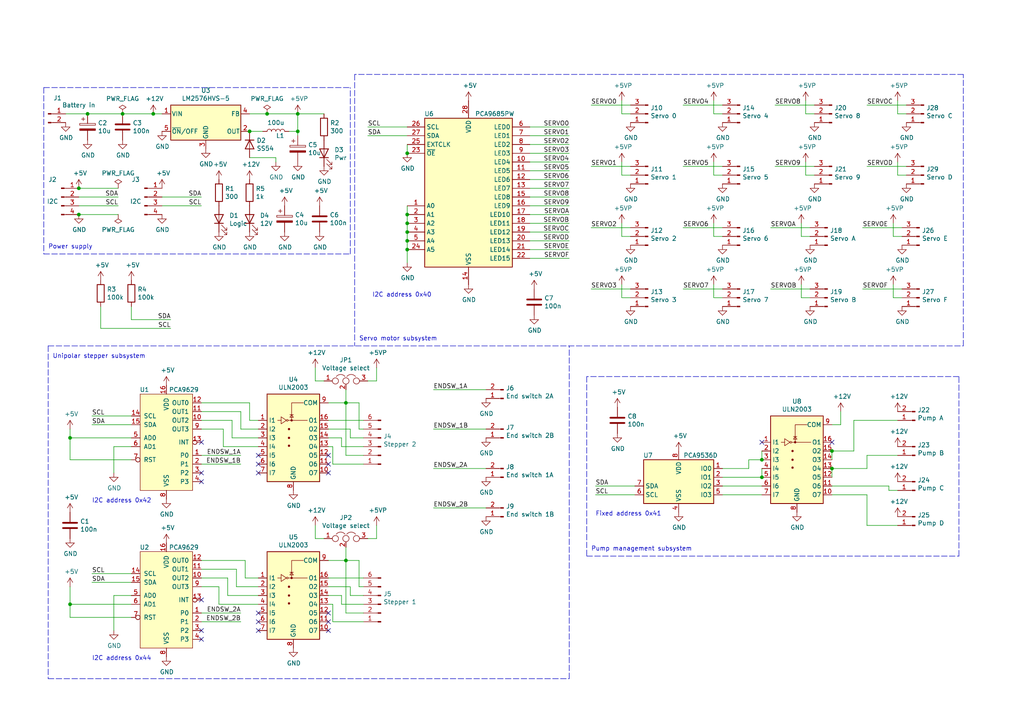
<source format=kicad_sch>
(kicad_sch (version 20211123) (generator eeschema)
  (paper "A4")
  (junction (at 118.11 72.39))
  (junction (at 220.98 133.35))
  (junction (at 20.32 127))
  (junction (at 118.11 67.31))
  (junction (at 25.4 33.02))
  (junction (at 72.39 38.1))
  (junction (at 35.56 33.02))
  (junction (at 241.3 130.81))
  (junction (at 22.86 62.23))
  (junction (at 86.36 33.02))
  (junction (at 241.3 135.89))
  (junction (at 86.36 38.1))
  (junction (at 77.47 33.02))
  (junction (at 100.33 116.84))
  (junction (at 118.11 64.77))
  (junction (at 220.98 138.43))
  (junction (at 100.33 162.56))
  (junction (at 20.32 175.26))
  (junction (at 118.11 62.23))
  (junction (at 44.45 33.02))
  (junction (at 118.11 69.85))
  (junction (at 118.11 44.45))
  (junction (at 22.86 54.61))
  (no_connect (at 95.25 134.62))
  (no_connect (at 58.42 173.99))
  (no_connect (at 95.25 180.34))
  (no_connect (at 74.93 132.08))
  (no_connect (at 95.25 177.8))
  (no_connect (at 95.25 132.08))
  (no_connect (at 58.42 139.7))
  (no_connect (at 241.3 128.27))
  (no_connect (at 58.42 128.27))
  (no_connect (at 95.25 137.16))
  (no_connect (at 74.93 137.16))
  (no_connect (at 74.93 177.8))
  (no_connect (at 58.42 182.88))
  (no_connect (at 58.42 185.42))
  (no_connect (at 74.93 180.34))
  (no_connect (at 74.93 134.62))
  (no_connect (at 220.98 128.27))
  (no_connect (at 74.93 182.88))
  (no_connect (at 95.25 182.88))
  (no_connect (at 58.42 137.16))
  (wire (pts (xy 38.1 179.07) (xy 20.32 179.07)))
  (wire (pts (xy 86.36 38.1) (xy 83.82 38.1)))
  (wire (pts (xy 99.06 127) (xy 99.06 129.54)))
  (wire (pts (xy 38.1 175.26) (xy 20.32 175.26)))
  (wire (pts (xy 58.42 162.56) (xy 71.12 162.56)))
  (wire (pts (xy 35.56 33.02) (xy 44.45 33.02)))
  (wire (pts (xy 232.41 64.77) (xy 232.41 68.58)))
  (wire (pts (xy 101.6 170.18) (xy 101.6 172.72)))
  (wire (pts (xy 209.55 50.8) (xy 207.01 50.8)))
  (wire (pts (xy 180.34 29.21) (xy 180.34 33.02)))
  (wire (pts (xy 153.67 52.07) (xy 165.1 52.07)))
  (wire (pts (xy 86.36 33.02) (xy 77.47 33.02)))
  (wire (pts (xy 38.1 166.37) (xy 26.67 166.37)))
  (wire (pts (xy 100.33 116.84) (xy 100.33 132.08)))
  (wire (pts (xy 236.22 50.8) (xy 233.68 50.8)))
  (wire (pts (xy 234.95 68.58) (xy 232.41 68.58)))
  (wire (pts (xy 38.1 168.91) (xy 26.67 168.91)))
  (wire (pts (xy 180.34 82.55) (xy 180.34 86.36)))
  (wire (pts (xy 209.55 138.43) (xy 220.98 138.43)))
  (wire (pts (xy 67.31 127) (xy 74.93 127)))
  (wire (pts (xy 217.17 135.89) (xy 217.17 133.35)))
  (wire (pts (xy 58.42 121.92) (xy 67.31 121.92)))
  (wire (pts (xy 19.05 33.02) (xy 25.4 33.02)))
  (wire (pts (xy 140.97 147.32) (xy 125.73 147.32)))
  (polyline (pts (xy 101.6 73.66) (xy 101.6 25.4)))
  (wire (pts (xy 72.39 116.84) (xy 72.39 121.92)))
  (wire (pts (xy 100.33 116.84) (xy 100.33 113.03)))
  (wire (pts (xy 209.55 66.04) (xy 198.12 66.04)))
  (wire (pts (xy 247.65 121.92) (xy 247.65 130.81)))
  (wire (pts (xy 71.12 167.64) (xy 74.93 167.64)))
  (wire (pts (xy 251.46 152.4) (xy 251.46 143.51)))
  (wire (pts (xy 69.85 134.62) (xy 58.42 134.62)))
  (wire (pts (xy 101.6 172.72) (xy 105.41 172.72)))
  (wire (pts (xy 104.14 124.46) (xy 104.14 116.84)))
  (wire (pts (xy 236.22 48.26) (xy 224.79 48.26)))
  (wire (pts (xy 58.42 119.38) (xy 69.85 119.38)))
  (wire (pts (xy 209.55 143.51) (xy 220.98 143.51)))
  (wire (pts (xy 182.88 30.48) (xy 171.45 30.48)))
  (wire (pts (xy 234.95 66.04) (xy 223.52 66.04)))
  (wire (pts (xy 261.62 86.36) (xy 259.08 86.36)))
  (wire (pts (xy 241.3 123.19) (xy 243.84 123.19)))
  (wire (pts (xy 69.85 124.46) (xy 74.93 124.46)))
  (wire (pts (xy 109.22 110.49) (xy 106.68 110.49)))
  (wire (pts (xy 20.32 170.18) (xy 20.32 175.26)))
  (wire (pts (xy 58.42 124.46) (xy 64.77 124.46)))
  (polyline (pts (xy 278.13 109.22) (xy 170.18 109.22)))
  (wire (pts (xy 261.62 68.58) (xy 259.08 68.58)))
  (wire (pts (xy 118.11 39.37) (xy 106.68 39.37)))
  (wire (pts (xy 99.06 129.54) (xy 105.41 129.54)))
  (wire (pts (xy 257.81 142.24) (xy 257.81 140.97)))
  (wire (pts (xy 38.1 129.54) (xy 33.02 129.54)))
  (wire (pts (xy 262.89 30.48) (xy 251.46 30.48)))
  (wire (pts (xy 96.52 134.62) (xy 105.41 134.62)))
  (wire (pts (xy 260.35 142.24) (xy 257.81 142.24)))
  (wire (pts (xy 38.1 120.65) (xy 26.67 120.65)))
  (wire (pts (xy 101.6 124.46) (xy 101.6 127)))
  (wire (pts (xy 91.44 110.49) (xy 93.98 110.49)))
  (wire (pts (xy 241.3 143.51) (xy 251.46 143.51)))
  (wire (pts (xy 241.3 130.81) (xy 247.65 130.81)))
  (wire (pts (xy 234.95 86.36) (xy 232.41 86.36)))
  (polyline (pts (xy 170.18 109.22) (xy 170.18 161.29)))
  (wire (pts (xy 38.1 123.19) (xy 26.67 123.19)))
  (wire (pts (xy 38.1 92.71) (xy 49.53 92.71)))
  (wire (pts (xy 93.98 33.02) (xy 86.36 33.02)))
  (wire (pts (xy 99.06 172.72) (xy 99.06 175.26)))
  (wire (pts (xy 241.3 135.89) (xy 251.46 135.89)))
  (wire (pts (xy 153.67 64.77) (xy 165.1 64.77)))
  (wire (pts (xy 68.58 170.18) (xy 74.93 170.18)))
  (wire (pts (xy 140.97 135.89) (xy 125.73 135.89)))
  (wire (pts (xy 260.35 152.4) (xy 251.46 152.4)))
  (wire (pts (xy 209.55 33.02) (xy 207.01 33.02)))
  (wire (pts (xy 241.3 140.97) (xy 257.81 140.97)))
  (wire (pts (xy 104.14 162.56) (xy 100.33 162.56)))
  (wire (pts (xy 182.88 83.82) (xy 171.45 83.82)))
  (wire (pts (xy 99.06 175.26) (xy 105.41 175.26)))
  (wire (pts (xy 209.55 30.48) (xy 198.12 30.48)))
  (polyline (pts (xy 279.4 21.59) (xy 102.87 21.59)))
  (wire (pts (xy 95.25 172.72) (xy 99.06 172.72)))
  (wire (pts (xy 182.88 33.02) (xy 180.34 33.02)))
  (wire (pts (xy 33.02 172.72) (xy 33.02 182.88)))
  (wire (pts (xy 153.67 67.31) (xy 165.1 67.31)))
  (wire (pts (xy 22.86 54.61) (xy 34.29 54.61)))
  (wire (pts (xy 95.25 116.84) (xy 100.33 116.84)))
  (wire (pts (xy 153.67 36.83) (xy 165.1 36.83)))
  (wire (pts (xy 182.88 66.04) (xy 171.45 66.04)))
  (wire (pts (xy 209.55 86.36) (xy 207.01 86.36)))
  (wire (pts (xy 140.97 113.03) (xy 125.73 113.03)))
  (wire (pts (xy 109.22 152.4) (xy 109.22 156.21)))
  (wire (pts (xy 209.55 140.97) (xy 220.98 140.97)))
  (wire (pts (xy 58.42 170.18) (xy 63.5 170.18)))
  (wire (pts (xy 66.04 167.64) (xy 66.04 172.72)))
  (wire (pts (xy 96.52 129.54) (xy 96.52 134.62)))
  (wire (pts (xy 96.52 180.34) (xy 105.41 180.34)))
  (wire (pts (xy 25.4 33.02) (xy 35.56 33.02)))
  (wire (pts (xy 95.25 170.18) (xy 101.6 170.18)))
  (wire (pts (xy 69.85 132.08) (xy 58.42 132.08)))
  (wire (pts (xy 95.25 175.26) (xy 96.52 175.26)))
  (wire (pts (xy 182.88 68.58) (xy 180.34 68.58)))
  (wire (pts (xy 260.35 132.08) (xy 251.46 132.08)))
  (wire (pts (xy 207.01 64.77) (xy 207.01 68.58)))
  (wire (pts (xy 58.42 165.1) (xy 68.58 165.1)))
  (wire (pts (xy 46.99 59.69) (xy 58.42 59.69)))
  (wire (pts (xy 217.17 133.35) (xy 220.98 133.35)))
  (wire (pts (xy 86.36 38.1) (xy 86.36 33.02)))
  (wire (pts (xy 100.33 162.56) (xy 100.33 177.8)))
  (wire (pts (xy 260.35 29.21) (xy 260.35 33.02)))
  (wire (pts (xy 29.21 88.9) (xy 29.21 95.25)))
  (wire (pts (xy 209.55 68.58) (xy 207.01 68.58)))
  (wire (pts (xy 63.5 175.26) (xy 74.93 175.26)))
  (wire (pts (xy 104.14 170.18) (xy 104.14 162.56)))
  (wire (pts (xy 234.95 83.82) (xy 223.52 83.82)))
  (wire (pts (xy 241.3 133.35) (xy 241.3 130.81)))
  (polyline (pts (xy 12.7 25.4) (xy 101.6 25.4)))
  (wire (pts (xy 182.88 48.26) (xy 171.45 48.26)))
  (wire (pts (xy 38.1 92.71) (xy 38.1 88.9)))
  (wire (pts (xy 91.44 106.68) (xy 91.44 110.49)))
  (wire (pts (xy 153.67 39.37) (xy 165.1 39.37)))
  (wire (pts (xy 118.11 67.31) (xy 118.11 64.77)))
  (wire (pts (xy 180.34 46.99) (xy 180.34 50.8)))
  (wire (pts (xy 118.11 69.85) (xy 118.11 72.39)))
  (wire (pts (xy 153.67 69.85) (xy 165.1 69.85)))
  (wire (pts (xy 247.65 121.92) (xy 260.35 121.92)))
  (wire (pts (xy 109.22 106.68) (xy 109.22 110.49)))
  (wire (pts (xy 153.67 44.45) (xy 165.1 44.45)))
  (wire (pts (xy 207.01 82.55) (xy 207.01 86.36)))
  (wire (pts (xy 69.85 177.8) (xy 58.42 177.8)))
  (wire (pts (xy 77.47 33.02) (xy 72.39 33.02)))
  (wire (pts (xy 153.67 46.99) (xy 165.1 46.99)))
  (polyline (pts (xy 279.4 100.33) (xy 279.4 21.59)))
  (wire (pts (xy 69.85 119.38) (xy 69.85 124.46)))
  (wire (pts (xy 180.34 64.77) (xy 180.34 68.58)))
  (wire (pts (xy 262.89 50.8) (xy 260.35 50.8)))
  (wire (pts (xy 95.25 167.64) (xy 105.41 167.64)))
  (wire (pts (xy 182.88 50.8) (xy 180.34 50.8)))
  (wire (pts (xy 38.1 127) (xy 20.32 127)))
  (wire (pts (xy 243.84 123.19) (xy 243.84 119.38)))
  (wire (pts (xy 105.41 170.18) (xy 104.14 170.18)))
  (wire (pts (xy 76.2 38.1) (xy 72.39 38.1)))
  (wire (pts (xy 118.11 69.85) (xy 118.11 67.31)))
  (wire (pts (xy 46.99 33.02) (xy 44.45 33.02)))
  (wire (pts (xy 220.98 130.81) (xy 220.98 133.35)))
  (wire (pts (xy 262.89 33.02) (xy 260.35 33.02)))
  (wire (pts (xy 38.1 172.72) (xy 33.02 172.72)))
  (wire (pts (xy 100.33 162.56) (xy 100.33 158.75)))
  (wire (pts (xy 153.67 41.91) (xy 165.1 41.91)))
  (wire (pts (xy 95.25 129.54) (xy 96.52 129.54)))
  (wire (pts (xy 109.22 156.21) (xy 106.68 156.21)))
  (wire (pts (xy 64.77 124.46) (xy 64.77 129.54)))
  (wire (pts (xy 95.25 121.92) (xy 105.41 121.92)))
  (wire (pts (xy 20.32 175.26) (xy 20.32 179.07)))
  (wire (pts (xy 93.98 156.21) (xy 91.44 156.21)))
  (wire (pts (xy 67.31 121.92) (xy 67.31 127)))
  (wire (pts (xy 220.98 135.89) (xy 220.98 138.43)))
  (wire (pts (xy 118.11 72.39) (xy 118.11 76.2)))
  (wire (pts (xy 100.33 132.08) (xy 105.41 132.08)))
  (wire (pts (xy 69.85 180.34) (xy 58.42 180.34)))
  (wire (pts (xy 118.11 41.91) (xy 118.11 44.45)))
  (wire (pts (xy 259.08 82.55) (xy 259.08 86.36)))
  (wire (pts (xy 209.55 48.26) (xy 198.12 48.26)))
  (wire (pts (xy 153.67 72.39) (xy 165.1 72.39)))
  (wire (pts (xy 71.12 162.56) (xy 71.12 167.64)))
  (polyline (pts (xy 165.1 196.85) (xy 165.1 100.33)))
  (wire (pts (xy 232.41 82.55) (xy 232.41 86.36)))
  (wire (pts (xy 153.67 59.69) (xy 165.1 59.69)))
  (wire (pts (xy 118.11 59.69) (xy 118.11 62.23)))
  (wire (pts (xy 153.67 49.53) (xy 165.1 49.53)))
  (wire (pts (xy 153.67 57.15) (xy 165.1 57.15)))
  (wire (pts (xy 118.11 62.23) (xy 118.11 64.77)))
  (wire (pts (xy 261.62 66.04) (xy 250.19 66.04)))
  (wire (pts (xy 96.52 175.26) (xy 96.52 180.34)))
  (wire (pts (xy 22.86 62.23) (xy 34.29 62.23)))
  (polyline (pts (xy 278.13 161.29) (xy 278.13 109.22)))
  (wire (pts (xy 22.86 59.69) (xy 34.29 59.69)))
  (wire (pts (xy 207.01 46.99) (xy 207.01 50.8)))
  (wire (pts (xy 64.77 129.54) (xy 74.93 129.54)))
  (wire (pts (xy 46.99 57.15) (xy 58.42 57.15)))
  (wire (pts (xy 68.58 165.1) (xy 68.58 170.18)))
  (wire (pts (xy 86.36 39.37) (xy 86.36 38.1)))
  (polyline (pts (xy 13.97 100.33) (xy 13.97 196.85)))
  (wire (pts (xy 66.04 172.72) (xy 74.93 172.72)))
  (wire (pts (xy 72.39 121.92) (xy 74.93 121.92)))
  (wire (pts (xy 38.1 133.35) (xy 20.32 133.35)))
  (wire (pts (xy 95.25 162.56) (xy 100.33 162.56)))
  (wire (pts (xy 209.55 135.89) (xy 217.17 135.89)))
  (wire (pts (xy 33.02 129.54) (xy 33.02 137.16)))
  (wire (pts (xy 262.89 48.26) (xy 251.46 48.26)))
  (polyline (pts (xy 13.97 196.85) (xy 165.1 196.85)))
  (wire (pts (xy 207.01 29.21) (xy 207.01 33.02)))
  (wire (pts (xy 29.21 95.25) (xy 49.53 95.25)))
  (wire (pts (xy 184.15 140.97) (xy 172.72 140.97)))
  (wire (pts (xy 251.46 132.08) (xy 251.46 135.89)))
  (polyline (pts (xy 170.18 161.29) (xy 278.13 161.29)))
  (polyline (pts (xy 102.87 21.59) (xy 102.87 100.33)))
  (wire (pts (xy 236.22 33.02) (xy 233.68 33.02)))
  (polyline (pts (xy 13.97 100.33) (xy 279.4 100.33)))
  (wire (pts (xy 80.01 45.72) (xy 80.01 46.99)))
  (wire (pts (xy 58.42 116.84) (xy 72.39 116.84)))
  (wire (pts (xy 20.32 133.35) (xy 20.32 127)))
  (wire (pts (xy 91.44 152.4) (xy 91.44 156.21)))
  (wire (pts (xy 63.5 170.18) (xy 63.5 175.26)))
  (wire (pts (xy 101.6 127) (xy 105.41 127)))
  (wire (pts (xy 105.41 124.46) (xy 104.14 124.46)))
  (wire (pts (xy 95.25 127) (xy 99.06 127)))
  (wire (pts (xy 72.39 45.72) (xy 80.01 45.72)))
  (wire (pts (xy 153.67 74.93) (xy 165.1 74.93)))
  (wire (pts (xy 20.32 127) (xy 20.32 124.46)))
  (wire (pts (xy 140.97 124.46) (xy 125.73 124.46)))
  (wire (pts (xy 104.14 116.84) (xy 100.33 116.84)))
  (wire (pts (xy 100.33 177.8) (xy 105.41 177.8)))
  (polyline (pts (xy 12.7 25.4) (xy 12.7 73.66)))
  (wire (pts (xy 233.68 29.21) (xy 233.68 33.02)))
  (wire (pts (xy 182.88 86.36) (xy 180.34 86.36)))
  (wire (pts (xy 233.68 46.99) (xy 233.68 50.8)))
  (wire (pts (xy 118.11 36.83) (xy 106.68 36.83)))
  (wire (pts (xy 236.22 30.48) (xy 224.79 30.48)))
  (wire (pts (xy 259.08 64.77) (xy 259.08 68.58)))
  (wire (pts (xy 261.62 83.82) (xy 250.19 83.82)))
  (wire (pts (xy 22.86 57.15) (xy 34.29 57.15)))
  (wire (pts (xy 95.25 124.46) (xy 101.6 124.46)))
  (wire (pts (xy 184.15 143.51) (xy 172.72 143.51)))
  (wire (pts (xy 209.55 83.82) (xy 198.12 83.82)))
  (wire (pts (xy 153.67 62.23) (xy 165.1 62.23)))
  (wire (pts (xy 58.42 167.64) (xy 66.04 167.64)))
  (wire (pts (xy 260.35 46.99) (xy 260.35 50.8)))
  (wire (pts (xy 153.67 54.61) (xy 165.1 54.61)))
  (wire (pts (xy 241.3 138.43) (xy 241.3 135.89)))
  (polyline (pts (xy 12.7 73.66) (xy 101.6 73.66)))
  (text "Fixed address 0x41" (at 172.72 149.86 0) (effects (font (size 1.27 1.27)) (justify left bottom)))
  (text "I2C address 0x42" (at 26.67 146.05 0) (effects (font (size 1.27 1.27)) (justify left bottom)))
  (text "I2C address 0x40" (at 107.95 86.36 0) (effects (font (size 1.27 1.27)) (justify left bottom)))
  (text "I2C address 0x44" (at 26.67 191.77 0) (effects (font (size 1.27 1.27)) (justify left bottom)))
  (text "Pump management subsystem" (at 171.45 160.02 0) (effects (font (size 1.27 1.27)) (justify left bottom)))
  (text "Power supply" (at 13.97 72.39 0) (effects (font (size 1.27 1.27)) (justify left bottom)))
  (text "Servo motor subsystem" (at 104.14 99.06 0) (effects (font (size 1.27 1.27)) (justify left bottom)))
  (text "Unipolar stepper subsystem" (at 15.24 104.14 0) (effects (font (size 1.27 1.27)) (justify left bottom)))
  (label "SERVO8" (at 165.1 57.15 180))
  (label "ENDSW_2A" (at 125.73 135.89 0))
  (label "SDA" (at 106.68 39.37 0))
  (label "SERVO1" (at 165.1 39.37 180))
  (label "SCL" (at 34.29 59.69 180))
  (label "ENDSW_2B" (at 69.85 180.34 180))
  (label "SCL" (at 172.72 143.51 0))
  (label "SERVOE" (at 250.19 66.04 0))
  (label "SERVO4" (at 198.12 30.48 0))
  (label "SERVOA" (at 165.1 62.23 180))
  (label "SDA" (at 49.53 92.71 180))
  (label "SERVOA" (at 223.52 66.04 0))
  (label "SDA" (at 26.67 123.19 0))
  (label "SCL" (at 26.67 166.37 0))
  (label "SERVOB" (at 223.52 83.82 0))
  (label "SERVO4" (at 165.1 46.99 180))
  (label "SERVOC" (at 165.1 67.31 180))
  (label "SERVO2" (at 165.1 41.91 180))
  (label "SERVO1" (at 171.45 48.26 0))
  (label "SERVO3" (at 171.45 83.82 0))
  (label "SDA" (at 26.67 168.91 0))
  (label "SCL" (at 58.42 59.69 180))
  (label "SDA" (at 172.72 140.97 0))
  (label "SERVO5" (at 165.1 49.53 180))
  (label "SERVOD" (at 165.1 69.85 180))
  (label "SERVO6" (at 198.12 66.04 0))
  (label "ENDSW_2A" (at 69.85 177.8 180))
  (label "SERVO0" (at 171.45 30.48 0))
  (label "SERVO3" (at 165.1 44.45 180))
  (label "ENDSW_2B" (at 125.73 147.32 0))
  (label "SERVOF" (at 250.19 83.82 0))
  (label "SERVO5" (at 198.12 48.26 0))
  (label "ENDSW_1A" (at 125.73 113.03 0))
  (label "SERVO8" (at 224.79 30.48 0))
  (label "SERVO2" (at 171.45 66.04 0))
  (label "SDA" (at 58.42 57.15 180))
  (label "SERVO7" (at 198.12 83.82 0))
  (label "SERVO9" (at 224.79 48.26 0))
  (label "SDA" (at 34.29 57.15 180))
  (label "SERVOE" (at 165.1 72.39 180))
  (label "SERVO0" (at 165.1 36.83 180))
  (label "ENDSW_1B" (at 125.73 124.46 0))
  (label "SERVOD" (at 251.46 48.26 0))
  (label "SERVOC" (at 251.46 30.48 0))
  (label "SCL" (at 106.68 36.83 0))
  (label "SERVOB" (at 165.1 64.77 180))
  (label "ENDSW_1B" (at 69.85 134.62 180))
  (label "SCL" (at 26.67 120.65 0))
  (label "SERVO6" (at 165.1 52.07 180))
  (label "ENDSW_1A" (at 69.85 132.08 180))
  (label "SERVO7" (at 165.1 54.61 180))
  (label "SERVO9" (at 165.1 59.69 180))
  (label "SCL" (at 49.53 95.25 180))
  (label "SERVOF" (at 165.1 74.93 180))
  (symbol (lib_id "Transistor_Array:ULN2003") (at 231.14 133.35 0) (unit 1)
    (property "Reference" "U8" (at 231.14 116.4082 0))
    (property "Value" "ULN2003" (at 231.14 118.7196 0))
    (property "Footprint" "Package_SO:SO-16_3.9x9.9mm_P1.27mm" (effects hide))
    (property "Datasheet" "http://www.ti.com/lit/ds/symlink/uln2003a.pdf" (effects hide))
  )
  (symbol (lib_id "Interface_Expansion:PCA9536D") (at 196.85 138.43 0) (unit 1)
    (property "Reference" "U7" (at 187.96 132.08 0))
    (property "Value" "PCA9536D" (at 203.2 132.08 0))
    (property "Footprint" "Package_SO:SOIC-8_3.9x4.9mm_P1.27mm" (effects hide))
    (property "Datasheet" "http://www.nxp.com/documents/data_sheet/PCA9536.pdf" (effects hide))
  )
  (symbol (lib_id "power:GND") (at 196.85 148.59 0) (unit 1)
    (property "Reference" "#PWR058" (effects hide))
    (property "Value" "GND" (at 196.977 152.9842 0))
  )
  (symbol (lib_id "power:+5V") (at 196.85 130.81 0) (unit 1)
    (property "Reference" "#PWR057" (effects hide))
    (property "Value" "+5V" (at 197.231 126.4158 0))
  )
  (symbol (lib_id "power:GND") (at 231.14 148.59 0) (unit 1)
    (property "Reference" "#PWR067" (effects hide))
    (property "Value" "GND" (at 231.267 152.9842 0))
  )
  (symbol (lib_id "power:+12V") (at 243.84 119.38 0) (unit 1)
    (property "Reference" "#PWR076" (effects hide))
    (property "Value" "+12V" (at 244.221 114.9858 0))
  )
  (symbol (lib_id "Connector:Conn_01x02_Male") (at 265.43 121.92 180) (unit 1)
    (property "Reference" "J22" (at 266.1412 118.9228 0) (effects (justify right)))
    (property "Value" "Pump A" (at 266.1412 121.2342 0) (effects (justify right)))
    (property "Footprint" "Connector_Molex:Molex_KK-254_AE-6410-02A_1x02_P2.54mm_Vertical" (effects hide))
  )
  (symbol (lib_id "Connector:Conn_01x02_Male") (at 265.43 132.08 180) (unit 1)
    (property "Reference" "J23" (at 266.1412 129.0828 0) (effects (justify right)))
    (property "Value" "Pump B" (at 266.1412 131.3942 0) (effects (justify right)))
    (property "Footprint" "Connector_Molex:Molex_KK-254_AE-6410-02A_1x02_P2.54mm_Vertical" (effects hide))
  )
  (symbol (lib_id "Connector:Conn_01x02_Male") (at 265.43 142.24 180) (unit 1)
    (property "Reference" "J24" (at 266.1412 139.2428 0) (effects (justify right)))
    (property "Value" "Pump C" (at 266.1412 141.5542 0) (effects (justify right)))
    (property "Footprint" "Connector_Molex:Molex_KK-254_AE-6410-02A_1x02_P2.54mm_Vertical" (effects hide))
  )
  (symbol (lib_id "Connector:Conn_01x02_Male") (at 265.43 152.4 180) (unit 1)
    (property "Reference" "J25" (at 266.1412 149.4028 0) (effects (justify right)))
    (property "Value" "Pump D" (at 266.1412 151.7142 0) (effects (justify right)))
    (property "Footprint" "Connector_Molex:Molex_KK-254_AE-6410-02A_1x02_P2.54mm_Vertical" (effects hide))
  )
  (symbol (lib_id "Driver_LED:PCA9685PW") (at 135.89 54.61 0) (unit 1)
    (property "Reference" "U6" (at 124.46 33.02 0))
    (property "Value" "PCA9685PW" (at 143.51 33.02 0))
    (property "Footprint" "Package_SO:TSSOP-28_4.4x9.7mm_P0.65mm" (effects hide))
    (property "Datasheet" "http://www.nxp.com/documents/data_sheet/PCA9685.pdf" (effects hide))
  )
  (symbol (lib_id "power:+5V") (at 135.89 29.21 0) (unit 1)
    (property "Reference" "#PWR039" (effects hide))
    (property "Value" "+5V" (at 136.271 24.8158 0))
  )
  (symbol (lib_id "power:GND") (at 135.89 82.55 0) (unit 1)
    (property "Reference" "#PWR040" (effects hide))
    (property "Value" "GND" (at 136.017 86.9442 0))
  )
  (symbol (lib_id "power:GND") (at 118.11 76.2 0) (unit 1)
    (property "Reference" "#PWR038" (effects hide))
    (property "Value" "GND" (at 118.237 80.5942 0))
  )
  (symbol (lib_id "power:GND") (at 118.11 44.45 0) (unit 1)
    (property "Reference" "#PWR037" (effects hide))
    (property "Value" "GND" (at 118.237 48.8442 0))
  )
  (symbol (lib_id "Connector:Conn_01x03_Male") (at 187.96 33.02 180) (unit 1)
    (property "Reference" "J10" (at 188.6712 31.2928 0) (effects (justify right)))
    (property "Value" "Servo 0" (at 188.6712 33.6042 0) (effects (justify right)))
    (property "Footprint" "Connector_Molex:Molex_KK-254_AE-6410-03A_1x03_P2.54mm_Vertical" (effects hide))
  )
  (symbol (lib_id "power:PWR_FLAG") (at 34.29 54.61 0) (unit 1)
    (property "Reference" "#FLG03" (effects hide))
    (property "Value" "PWR_FLAG" (at 34.29 50.2158 0))
  )
  (symbol (lib_id "power:GND") (at 182.88 35.56 0) (unit 1)
    (property "Reference" "#PWR053" (effects hide))
    (property "Value" "GND" (at 183.007 39.9542 0))
  )
  (symbol (lib_id "Connector:Conn_01x03_Male") (at 187.96 50.8 180) (unit 1)
    (property "Reference" "J11" (at 188.6712 49.0728 0) (effects (justify right)))
    (property "Value" "Servo 1" (at 188.6712 51.3842 0) (effects (justify right)))
    (property "Footprint" "Connector_Molex:Molex_KK-254_AE-6410-03A_1x03_P2.54mm_Vertical" (effects hide))
  )
  (symbol (lib_id "power:GND") (at 182.88 53.34 0) (unit 1)
    (property "Reference" "#PWR054" (effects hide))
    (property "Value" "GND" (at 183.007 57.7342 0))
  )
  (symbol (lib_id "Connector:Conn_01x03_Male") (at 187.96 68.58 180) (unit 1)
    (property "Reference" "J12" (at 188.6712 66.8528 0) (effects (justify right)))
    (property "Value" "Servo 2" (at 188.6712 69.1642 0) (effects (justify right)))
    (property "Footprint" "Connector_Molex:Molex_KK-254_AE-6410-03A_1x03_P2.54mm_Vertical" (effects hide))
  )
  (symbol (lib_id "power:GND") (at 182.88 71.12 0) (unit 1)
    (property "Reference" "#PWR055" (effects hide))
    (property "Value" "GND" (at 183.007 75.5142 0))
  )
  (symbol (lib_id "Connector:Conn_01x03_Male") (at 187.96 86.36 180) (unit 1)
    (property "Reference" "J13" (at 188.6712 84.6328 0) (effects (justify right)))
    (property "Value" "Servo 3" (at 188.6712 86.9442 0) (effects (justify right)))
    (property "Footprint" "Connector_Molex:Molex_KK-254_AE-6410-03A_1x03_P2.54mm_Vertical" (effects hide))
  )
  (symbol (lib_id "power:GND") (at 182.88 88.9 0) (unit 1)
    (property "Reference" "#PWR056" (effects hide))
    (property "Value" "GND" (at 183.007 93.2942 0))
  )
  (symbol (lib_id "Connector:Conn_01x03_Male") (at 214.63 33.02 180) (unit 1)
    (property "Reference" "J14" (at 215.3412 31.2928 0) (effects (justify right)))
    (property "Value" "Servo 4" (at 215.3412 33.6042 0) (effects (justify right)))
    (property "Footprint" "Connector_Molex:Molex_KK-254_AE-6410-03A_1x03_P2.54mm_Vertical" (effects hide))
  )
  (symbol (lib_id "power:GND") (at 209.55 35.56 0) (unit 1)
    (property "Reference" "#PWR063" (effects hide))
    (property "Value" "GND" (at 209.677 39.9542 0))
  )
  (symbol (lib_id "Connector:Conn_01x03_Male") (at 214.63 50.8 180) (unit 1)
    (property "Reference" "J15" (at 215.3412 49.0728 0) (effects (justify right)))
    (property "Value" "Servo 5" (at 215.3412 51.3842 0) (effects (justify right)))
    (property "Footprint" "Connector_Molex:Molex_KK-254_AE-6410-03A_1x03_P2.54mm_Vertical" (effects hide))
  )
  (symbol (lib_id "power:GND") (at 209.55 53.34 0) (unit 1)
    (property "Reference" "#PWR064" (effects hide))
    (property "Value" "GND" (at 209.677 57.7342 0))
  )
  (symbol (lib_id "Connector:Conn_01x03_Male") (at 214.63 68.58 180) (unit 1)
    (property "Reference" "J16" (at 215.3412 66.8528 0) (effects (justify right)))
    (property "Value" "Servo 6" (at 215.3412 69.1642 0) (effects (justify right)))
    (property "Footprint" "Connector_Molex:Molex_KK-254_AE-6410-03A_1x03_P2.54mm_Vertical" (effects hide))
  )
  (symbol (lib_id "power:GND") (at 209.55 71.12 0) (unit 1)
    (property "Reference" "#PWR065" (effects hide))
    (property "Value" "GND" (at 209.677 75.5142 0))
  )
  (symbol (lib_id "power:PWR_FLAG") (at 34.29 62.23 180) (unit 1)
    (property "Reference" "#FLG04" (effects hide))
    (property "Value" "PWR_FLAG" (at 34.29 66.6242 0))
  )
  (symbol (lib_id "Connector:Conn_01x03_Male") (at 214.63 86.36 180) (unit 1)
    (property "Reference" "J17" (at 215.3412 84.6328 0) (effects (justify right)))
    (property "Value" "Servo 7" (at 215.3412 86.9442 0) (effects (justify right)))
    (property "Footprint" "Connector_Molex:Molex_KK-254_AE-6410-03A_1x03_P2.54mm_Vertical" (effects hide))
  )
  (symbol (lib_id "power:GND") (at 209.55 88.9 0) (unit 1)
    (property "Reference" "#PWR066" (effects hide))
    (property "Value" "GND" (at 209.677 93.2942 0))
  )
  (symbol (lib_id "Connector:Conn_01x03_Male") (at 241.3 33.02 180) (unit 1)
    (property "Reference" "J20" (at 242.0112 31.2928 0) (effects (justify right)))
    (property "Value" "Servo 8" (at 242.0112 33.6042 0) (effects (justify right)))
    (property "Footprint" "Connector_Molex:Molex_KK-254_AE-6410-03A_1x03_P2.54mm_Vertical" (effects hide))
  )
  (symbol (lib_id "power:GND") (at 236.22 35.56 0) (unit 1)
    (property "Reference" "#PWR074" (effects hide))
    (property "Value" "GND" (at 236.347 39.9542 0))
  )
  (symbol (lib_id "Connector:Conn_01x03_Male") (at 241.3 50.8 180) (unit 1)
    (property "Reference" "J21" (at 242.0112 49.0728 0) (effects (justify right)))
    (property "Value" "Servo 9" (at 242.0112 51.3842 0) (effects (justify right)))
    (property "Footprint" "Connector_Molex:Molex_KK-254_AE-6410-03A_1x03_P2.54mm_Vertical" (effects hide))
  )
  (symbol (lib_id "power:GND") (at 236.22 53.34 0) (unit 1)
    (property "Reference" "#PWR075" (effects hide))
    (property "Value" "GND" (at 236.347 57.7342 0))
  )
  (symbol (lib_id "Connector:Conn_01x03_Male") (at 240.03 68.58 180) (unit 1)
    (property "Reference" "J18" (at 240.7412 66.8528 0) (effects (justify right)))
    (property "Value" "Servo A" (at 240.7412 69.1642 0) (effects (justify right)))
    (property "Footprint" "Connector_Molex:Molex_KK-254_AE-6410-03A_1x03_P2.54mm_Vertical" (effects hide))
  )
  (symbol (lib_id "power:GND") (at 234.95 71.12 0) (unit 1)
    (property "Reference" "#PWR072" (effects hide))
    (property "Value" "GND" (at 235.077 75.5142 0))
  )
  (symbol (lib_id "Connector:Conn_01x03_Male") (at 240.03 86.36 180) (unit 1)
    (property "Reference" "J19" (at 240.7412 84.6328 0) (effects (justify right)))
    (property "Value" "Servo B" (at 240.7412 86.9442 0) (effects (justify right)))
    (property "Footprint" "Connector_Molex:Molex_KK-254_AE-6410-03A_1x03_P2.54mm_Vertical" (effects hide))
  )
  (symbol (lib_id "power:GND") (at 234.95 88.9 0) (unit 1)
    (property "Reference" "#PWR073" (effects hide))
    (property "Value" "GND" (at 235.077 93.2942 0))
  )
  (symbol (lib_id "Connector:Conn_01x03_Male") (at 267.97 33.02 180) (unit 1)
    (property "Reference" "J28" (at 268.6812 31.2928 0) (effects (justify right)))
    (property "Value" "Servo C" (at 268.6812 33.6042 0) (effects (justify right)))
    (property "Footprint" "Connector_Molex:Molex_KK-254_AE-6410-03A_1x03_P2.54mm_Vertical" (effects hide))
  )
  (symbol (lib_id "power:GND") (at 262.89 35.56 0) (unit 1)
    (property "Reference" "#PWR087" (effects hide))
    (property "Value" "GND" (at 263.017 39.9542 0))
  )
  (symbol (lib_id "Connector:Conn_01x03_Male") (at 267.97 50.8 180) (unit 1)
    (property "Reference" "J29" (at 268.6812 49.0728 0) (effects (justify right)))
    (property "Value" "Servo D" (at 268.6812 51.3842 0) (effects (justify right)))
    (property "Footprint" "Connector_Molex:Molex_KK-254_AE-6410-03A_1x03_P2.54mm_Vertical" (effects hide))
  )
  (symbol (lib_id "power:GND") (at 262.89 53.34 0) (unit 1)
    (property "Reference" "#PWR088" (effects hide))
    (property "Value" "GND" (at 263.017 57.7342 0))
  )
  (symbol (lib_id "Connector:Conn_01x03_Male") (at 266.7 68.58 180) (unit 1)
    (property "Reference" "J26" (at 267.4112 66.8528 0) (effects (justify right)))
    (property "Value" "Servo E" (at 267.4112 69.1642 0) (effects (justify right)))
    (property "Footprint" "Connector_Molex:Molex_KK-254_AE-6410-03A_1x03_P2.54mm_Vertical" (effects hide))
  )
  (symbol (lib_id "power:GND") (at 261.62 71.12 0) (unit 1)
    (property "Reference" "#PWR085" (effects hide))
    (property "Value" "GND" (at 261.747 75.5142 0))
  )
  (symbol (lib_id "Connector:Conn_01x03_Male") (at 266.7 86.36 180) (unit 1)
    (property "Reference" "J27" (at 267.4112 84.6328 0) (effects (justify right)))
    (property "Value" "Servo F" (at 267.4112 86.9442 0) (effects (justify right)))
    (property "Footprint" "Connector_Molex:Molex_KK-254_AE-6410-03A_1x03_P2.54mm_Vertical" (effects hide))
  )
  (symbol (lib_id "power:GND") (at 261.62 88.9 0) (unit 1)
    (property "Reference" "#PWR086" (effects hide))
    (property "Value" "GND" (at 261.747 93.2942 0))
  )
  (symbol (lib_id "customlib:PCA9629") (at 48.26 123.19 0) (unit 1)
    (property "Reference" "U1" (at 41.91 113.03 0))
    (property "Value" "PCA9629" (at 53.34 113.03 0))
    (property "Footprint" "Package_SO:TSSOP-16_4.4x5mm_P0.65mm" (effects hide))
  )
  (symbol (lib_id "power:GND") (at 48.26 144.78 0) (unit 1)
    (property "Reference" "#PWR015" (effects hide))
    (property "Value" "GND" (at 48.387 149.1742 0))
  )
  (symbol (lib_id "power:+5V") (at 48.26 111.76 0) (unit 1)
    (property "Reference" "#PWR014" (effects hide))
    (property "Value" "+5V" (at 48.641 107.3658 0))
  )
  (symbol (lib_id "power:+5V") (at 20.32 124.46 0) (unit 1)
    (property "Reference" "#PWR02" (effects hide))
    (property "Value" "+5V" (at 20.701 120.0658 0))
  )
  (symbol (lib_id "power:GND") (at 33.02 137.16 0) (unit 1)
    (property "Reference" "#PWR09" (effects hide))
    (property "Value" "GND" (at 33.147 141.5542 0))
  )
  (symbol (lib_id "Transistor_Array:ULN2003") (at 85.09 172.72 0) (unit 1)
    (property "Reference" "U5" (at 85.09 155.7782 0))
    (property "Value" "ULN2003" (at 85.09 158.0896 0))
    (property "Footprint" "Package_SO:SO-16_3.9x9.9mm_P1.27mm" (effects hide))
    (property "Datasheet" "http://www.ti.com/lit/ds/symlink/uln2003a.pdf" (effects hide))
  )
  (symbol (lib_id "customlib:PCA9629") (at 48.26 168.91 0) (unit 1)
    (property "Reference" "U2" (at 41.91 158.75 0))
    (property "Value" "PCA9629" (at 53.34 158.75 0))
    (property "Footprint" "Package_SO:TSSOP-16_4.4x5mm_P0.65mm" (effects hide))
  )
  (symbol (lib_id "power:GND") (at 48.26 190.5 0) (unit 1)
    (property "Reference" "#PWR017" (effects hide))
    (property "Value" "GND" (at 48.387 194.8942 0))
  )
  (symbol (lib_id "power:+5V") (at 48.26 157.48 0) (unit 1)
    (property "Reference" "#PWR016" (effects hide))
    (property "Value" "+5V" (at 48.641 153.0858 0))
  )
  (symbol (lib_id "power:+5V") (at 20.32 170.18 0) (unit 1)
    (property "Reference" "#PWR05" (effects hide))
    (property "Value" "+5V" (at 20.701 165.7858 0))
  )
  (symbol (lib_id "power:GND") (at 33.02 182.88 0) (unit 1)
    (property "Reference" "#PWR010" (effects hide))
    (property "Value" "GND" (at 33.147 187.2742 0))
  )
  (symbol (lib_id "power:GND") (at 85.09 187.96 0) (unit 1)
    (property "Reference" "#PWR027" (effects hide))
    (property "Value" "GND" (at 85.217 192.3542 0))
  )
  (symbol (lib_id "power:+12V") (at 260.35 119.38 0) (unit 1)
    (property "Reference" "#PWR081" (effects hide))
    (property "Value" "+12V" (at 260.731 114.9858 0))
  )
  (symbol (lib_id "power:+12V") (at 260.35 129.54 0) (unit 1)
    (property "Reference" "#PWR082" (effects hide))
    (property "Value" "+12V" (at 260.731 125.1458 0))
  )
  (symbol (lib_id "power:+12V") (at 260.35 139.7 0) (unit 1)
    (property "Reference" "#PWR083" (effects hide))
    (property "Value" "+12V" (at 260.731 135.3058 0))
  )
  (symbol (lib_id "power:+12V") (at 260.35 149.86 0) (unit 1)
    (property "Reference" "#PWR084" (effects hide))
    (property "Value" "+12V" (at 260.731 145.4658 0))
  )
  (symbol (lib_id "Transistor_Array:ULN2003") (at 85.09 127 0) (unit 1)
    (property "Reference" "U4" (at 85.09 110.0582 0))
    (property "Value" "ULN2003" (at 85.09 112.3696 0))
    (property "Footprint" "Package_SO:SO-16_3.9x9.9mm_P1.27mm" (effects hide))
    (property "Datasheet" "http://www.ti.com/lit/ds/symlink/uln2003a.pdf" (effects hide))
  )
  (symbol (lib_id "power:GND") (at 85.09 142.24 0) (unit 1)
    (property "Reference" "#PWR026" (effects hide))
    (property "Value" "GND" (at 85.217 146.6342 0))
  )
  (symbol (lib_id "Device:R") (at 72.39 55.88 0) (unit 1)
    (property "Reference" "R5" (at 74.168 54.7116 0) (effects (justify left)))
    (property "Value" "1k" (at 74.168 57.023 0) (effects (justify left)))
    (property "Footprint" "Resistor_SMD:R_1206_3216Metric_Pad1.30x1.75mm_HandSolder" (effects hide))
  )
  (symbol (lib_id "Device:LED") (at 72.39 63.5 90) (unit 1)
    (property "Reference" "D4" (at 75.3872 62.5094 90) (effects (justify right)))
    (property "Value" "12V" (at 75.3872 64.8208 90) (effects (justify right)))
    (property "Footprint" "LED_THT:LED_D3.0mm" (effects hide))
  )
  (symbol (lib_id "power:GND") (at 72.39 67.31 0) (unit 1)
    (property "Reference" "#PWR092" (effects hide))
    (property "Value" "GND" (at 72.517 71.7042 0))
  )
  (symbol (lib_id "power:+5VP") (at 109.22 106.68 0) (unit 1)
    (property "Reference" "#PWR035" (effects hide))
    (property "Value" "+5VP" (at 109.601 102.2858 0))
  )
  (symbol (lib_id "power:+12V") (at 72.39 52.07 0) (unit 1)
    (property "Reference" "#PWR091" (effects hide))
    (property "Value" "+12V" (at 72.771 47.6758 0))
  )
  (symbol (lib_id "power:+12V") (at 91.44 106.68 0) (unit 1)
    (property "Reference" "#PWR030" (effects hide))
    (property "Value" "+12V" (at 91.821 102.2858 0))
  )
  (symbol (lib_id "accessory_board-rescue:Jumper_NC_Dual-Device") (at 100.33 110.49 0) (unit 1)
    (property "Reference" "JP1" (at 100.33 104.4194 0))
    (property "Value" "Voltage select" (at 100.33 106.7308 0))
    (property "Footprint" "Connector_PinHeader_2.54mm:PinHeader_1x03_P2.54mm_Vertical" (effects hide))
  )
  (symbol (lib_id "power:+5VP") (at 109.22 152.4 0) (unit 1)
    (property "Reference" "#PWR036" (effects hide))
    (property "Value" "+5VP" (at 109.601 148.0058 0))
  )
  (symbol (lib_id "accessory_board-rescue:Jumper_NC_Dual-Device") (at 100.33 156.21 0) (unit 1)
    (property "Reference" "JP2" (at 100.33 150.1394 0))
    (property "Value" "Voltage select" (at 100.33 152.4508 0))
    (property "Footprint" "Connector_PinHeader_2.54mm:PinHeader_1x03_P2.54mm_Vertical" (effects hide))
  )
  (symbol (lib_id "Device:R") (at 38.1 85.09 0) (unit 1)
    (property "Reference" "R4" (at 39.878 83.9216 0) (effects (justify left)))
    (property "Value" "100k" (at 39.878 86.233 0) (effects (justify left)))
    (property "Footprint" "Resistor_SMD:R_1206_3216Metric_Pad1.30x1.75mm_HandSolder" (effects hide))
  )
  (symbol (lib_id "power:+12V") (at 91.44 152.4 0) (unit 1)
    (property "Reference" "#PWR031" (effects hide))
    (property "Value" "+12V" (at 91.821 148.0058 0))
  )
  (symbol (lib_id "Connector:Conn_01x06_Male") (at 110.49 129.54 180) (unit 1)
    (property "Reference" "J4" (at 111.2012 126.5428 0) (effects (justify right)))
    (property "Value" "Stepper 2" (at 111.2012 128.8542 0) (effects (justify right)))
    (property "Footprint" "Connector_Molex:Molex_KK-254_AE-6410-06A_1x06_P2.54mm_Vertical" (effects hide))
  )
  (symbol (lib_id "power:+5V") (at 38.1 81.28 0) (unit 1)
    (property "Reference" "#PWR090" (effects hide))
    (property "Value" "+5V" (at 38.481 76.8858 0))
  )
  (symbol (lib_id "Device:R") (at 29.21 85.09 0) (unit 1)
    (property "Reference" "R3" (at 30.988 83.9216 0) (effects (justify left)))
    (property "Value" "100k" (at 30.988 86.233 0) (effects (justify left)))
    (property "Footprint" "Resistor_SMD:R_1206_3216Metric_Pad1.30x1.75mm_HandSolder" (effects hide))
  )
  (symbol (lib_id "power:+5V") (at 29.21 81.28 0) (unit 1)
    (property "Reference" "#PWR089" (effects hide))
    (property "Value" "+5V" (at 29.591 76.8858 0))
  )
  (symbol (lib_id "Connector:Conn_01x06_Male") (at 110.49 175.26 180) (unit 1)
    (property "Reference" "J5" (at 111.2012 172.2628 0) (effects (justify right)))
    (property "Value" "Stepper 1" (at 111.2012 174.5742 0) (effects (justify right)))
    (property "Footprint" "Connector_Molex:Molex_KK-254_AE-6410-06A_1x06_P2.54mm_Vertical" (effects hide))
  )
  (symbol (lib_id "Connector:Conn_01x02_Male") (at 13.97 33.02 0) (unit 1)
    (property "Reference" "J1" (at 16.7132 28.4226 0))
    (property "Value" "Battery in" (at 22.86 30.48 0))
    (property "Footprint" "Connector_BarrelJack:BarrelJack_Horizontal" (effects hide))
  )
  (symbol (lib_id "power:GND") (at 19.05 35.56 0) (unit 1)
    (property "Reference" "#PWR01" (effects hide))
    (property "Value" "GND" (at 19.177 39.9542 0))
  )
  (symbol (lib_id "accessory_board-rescue:CP-Device") (at 25.4 36.83 0) (unit 1)
    (property "Reference" "C2" (at 28.3972 35.6616 0) (effects (justify left)))
    (property "Value" "10u" (at 28.3972 37.973 0) (effects (justify left)))
    (property "Footprint" "Capacitor_THT:CP_Radial_D5.0mm_P2.00mm" (effects hide))
  )
  (symbol (lib_id "Device:C") (at 35.56 36.83 0) (unit 1)
    (property "Reference" "C3" (at 38.481 35.6616 0) (effects (justify left)))
    (property "Value" "100n" (at 38.481 37.973 0) (effects (justify left)))
    (property "Footprint" "Capacitor_SMD:C_1206_3216Metric_Pad1.33x1.80mm_HandSolder" (effects hide))
  )
  (symbol (lib_id "power:GND") (at 25.4 40.64 0) (unit 1)
    (property "Reference" "#PWR08" (effects hide))
    (property "Value" "GND" (at 25.527 45.0342 0))
  )
  (symbol (lib_id "power:GND") (at 35.56 40.64 0) (unit 1)
    (property "Reference" "#PWR011" (effects hide))
    (property "Value" "GND" (at 35.687 45.0342 0))
  )
  (symbol (lib_id "Regulator_Switching:LM2576HVS-5") (at 59.69 35.56 0) (unit 1)
    (property "Reference" "U3" (at 59.69 26.2382 0))
    (property "Value" "LM2576HVS-5" (at 59.69 28.5496 0))
    (property "Footprint" "Package_TO_SOT_SMD:TO-263-5_TabPin3" (effects hide))
    (property "Datasheet" "http://www.ti.com/lit/ds/symlink/lm2576.pdf" (effects hide))
  )
  (symbol (lib_id "power:GND") (at 46.99 38.1 0) (unit 1)
    (property "Reference" "#PWR013" (effects hide))
    (property "Value" "GND" (at 47.117 42.4942 0))
  )
  (symbol (lib_id "power:GND") (at 59.69 43.18 0) (unit 1)
    (property "Reference" "#PWR020" (effects hide))
    (property "Value" "GND" (at 59.817 47.5742 0))
  )
  (symbol (lib_id "Device:D") (at 72.39 41.91 270) (unit 1)
    (property "Reference" "D2" (at 74.422 40.7416 90) (effects (justify left)))
    (property "Value" "SS54" (at 74.422 43.053 90) (effects (justify left)))
    (property "Footprint" "Diode_SMD:D_SMB_Handsoldering" (effects hide))
  )
  (symbol (lib_id "power:GND") (at 80.01 46.99 0) (unit 1)
    (property "Reference" "#PWR023" (effects hide))
    (property "Value" "GND" (at 80.137 51.3842 0))
  )
  (symbol (lib_id "Device:L") (at 80.01 38.1 90) (unit 1)
    (property "Reference" "L1" (at 81.28 39.37 90))
    (property "Value" "100u" (at 80.01 35.5854 90))
    (property "Footprint" "Inductor_THT:L_Radial_D24.4mm_P23.70mm_muRATA_1400series" (effects hide))
  )
  (symbol (lib_id "accessory_board-rescue:CP-Device") (at 86.36 43.18 0) (unit 1)
    (property "Reference" "C5" (at 89.3572 42.0116 0) (effects (justify left)))
    (property "Value" "10u" (at 89.3572 44.323 0) (effects (justify left)))
    (property "Footprint" "Capacitor_THT:CP_Radial_D5.0mm_P2.00mm" (effects hide))
  )
  (symbol (lib_id "power:GND") (at 86.36 46.99 0) (unit 1)
    (property "Reference" "#PWR029" (effects hide))
    (property "Value" "GND" (at 86.487 51.3842 0))
  )
  (symbol (lib_id "power:+5VP") (at 86.36 33.02 0) (unit 1)
    (property "Reference" "#PWR028" (effects hide))
    (property "Value" "+5VP" (at 86.741 28.6258 0))
  )
  (symbol (lib_id "power:PWR_FLAG") (at 35.56 33.02 0) (unit 1)
    (property "Reference" "#FLG01" (effects hide))
    (property "Value" "PWR_FLAG" (at 35.56 28.6258 0))
  )
  (symbol (lib_id "power:PWR_FLAG") (at 77.47 33.02 0) (unit 1)
    (property "Reference" "#FLG02" (effects hide))
    (property "Value" "PWR_FLAG" (at 77.47 28.6258 0))
  )
  (symbol (lib_id "Device:R") (at 93.98 36.83 0) (unit 1)
    (property "Reference" "R2" (at 95.758 35.6616 0) (effects (justify left)))
    (property "Value" "300" (at 95.758 37.973 0) (effects (justify left)))
    (property "Footprint" "Resistor_SMD:R_1206_3216Metric_Pad1.30x1.75mm_HandSolder" (effects hide))
  )
  (symbol (lib_id "Device:LED") (at 93.98 44.45 90) (unit 1)
    (property "Reference" "D3" (at 96.9772 43.4594 90) (effects (justify right)))
    (property "Value" "Pwr" (at 96.9772 45.7708 90) (effects (justify right)))
    (property "Footprint" "LED_THT:LED_D3.0mm" (effects hide))
  )
  (symbol (lib_id "power:GND") (at 93.98 48.26 0) (unit 1)
    (property "Reference" "#PWR034" (effects hide))
    (property "Value" "GND" (at 94.107 52.6542 0))
  )
  (symbol (lib_id "power:+12V") (at 44.45 33.02 0) (unit 1)
    (property "Reference" "#PWR012" (effects hide))
    (property "Value" "+12V" (at 44.831 28.6258 0))
  )
  (symbol (lib_id "power:+5VP") (at 180.34 29.21 0) (unit 1)
    (property "Reference" "#PWR049" (effects hide))
    (property "Value" "+5VP" (at 180.721 24.8158 0))
  )
  (symbol (lib_id "power:+5VP") (at 180.34 46.99 0) (unit 1)
    (property "Reference" "#PWR050" (effects hide))
    (property "Value" "+5VP" (at 180.721 42.5958 0))
  )
  (symbol (lib_id "power:+5VP") (at 180.34 64.77 0) (unit 1)
    (property "Reference" "#PWR051" (effects hide))
    (property "Value" "+5VP" (at 180.721 60.3758 0))
  )
  (symbol (lib_id "power:+5VP") (at 180.34 82.55 0) (unit 1)
    (property "Reference" "#PWR052" (effects hide))
    (property "Value" "+5VP" (at 180.721 78.1558 0))
  )
  (symbol (lib_id "power:+5VP") (at 207.01 82.55 0) (unit 1)
    (property "Reference" "#PWR062" (effects hide))
    (property "Value" "+5VP" (at 207.391 78.1558 0))
  )
  (symbol (lib_id "power:+5VP") (at 207.01 64.77 0) (unit 1)
    (property "Reference" "#PWR061" (effects hide))
    (property "Value" "+5VP" (at 207.391 60.3758 0))
  )
  (symbol (lib_id "power:+5VP") (at 207.01 46.99 0) (unit 1)
    (property "Reference" "#PWR060" (effects hide))
    (property "Value" "+5VP" (at 207.391 42.5958 0))
  )
  (symbol (lib_id "power:+5VP") (at 207.01 29.21 0) (unit 1)
    (property "Reference" "#PWR059" (effects hide))
    (property "Value" "+5VP" (at 207.391 24.8158 0))
  )
  (symbol (lib_id "power:+5VP") (at 233.68 29.21 0) (unit 1)
    (property "Reference" "#PWR070" (effects hide))
    (property "Value" "+5VP" (at 234.061 24.8158 0))
  )
  (symbol (lib_id "power:+5VP") (at 233.68 46.99 0) (unit 1)
    (property "Reference" "#PWR071" (effects hide))
    (property "Value" "+5VP" (at 234.061 42.5958 0))
  )
  (symbol (lib_id "power:+5VP") (at 232.41 64.77 0) (unit 1)
    (property "Reference" "#PWR068" (effects hide))
    (property "Value" "+5VP" (at 232.791 60.3758 0))
  )
  (symbol (lib_id "power:+5VP") (at 232.41 82.55 0) (unit 1)
    (property "Reference" "#PWR069" (effects hide))
    (property "Value" "+5VP" (at 232.791 78.1558 0))
  )
  (symbol (lib_id "power:+5VP") (at 259.08 82.55 0) (unit 1)
    (property "Reference" "#PWR078" (effects hide))
    (property "Value" "+5VP" (at 259.461 78.1558 0))
  )
  (symbol (lib_id "power:+5VP") (at 259.08 64.77 0) (unit 1)
    (property "Reference" "#PWR077" (effects hide))
    (property "Value" "+5VP" (at 259.461 60.3758 0))
  )
  (symbol (lib_id "power:+5VP") (at 260.35 46.99 0) (unit 1)
    (property "Reference" "#PWR080" (effects hide))
    (property "Value" "+5VP" (at 260.731 42.5958 0))
  )
  (symbol (lib_id "power:+5VP") (at 260.35 29.21 0) (unit 1)
    (property "Reference" "#PWR079" (effects hide))
    (property "Value" "+5VP" (at 260.731 24.8158 0))
  )
  (symbol (lib_id "Connector:Conn_01x04_Male") (at 17.78 57.15 0) (unit 1)
    (property "Reference" "J2" (at 15.24 52.07 0))
    (property "Value" "I2C" (at 15.24 58.42 0))
    (property "Footprint" "Connector_Molex:Molex_KK-254_AE-6410-04A_1x04_P2.54mm_Vertical" (effects hide))
  )
  (symbol (lib_id "power:GND") (at 22.86 62.23 0) (unit 1)
    (property "Reference" "#PWR07" (effects hide))
    (property "Value" "GND" (at 22.987 66.6242 0))
  )
  (symbol (lib_id "power:+5V") (at 22.86 54.61 0) (unit 1)
    (property "Reference" "#PWR06" (effects hide))
    (property "Value" "+5V" (at 23.241 50.2158 0))
  )
  (symbol (lib_id "Connector:Conn_01x04_Male") (at 41.91 57.15 0) (unit 1)
    (property "Reference" "J3" (at 39.37 52.07 0))
    (property "Value" "I2C" (at 39.37 58.42 0))
    (property "Footprint" "Connector_Molex:Molex_KK-254_AE-6410-04A_1x04_P2.54mm_Vertical" (effects hide))
  )
  (symbol (lib_id "power:GND") (at 46.99 62.23 0) (unit 1)
    (property "Reference" "#PWR019" (effects hide))
    (property "Value" "GND" (at 47.117 66.6242 0))
  )
  (symbol (lib_id "power:+5V") (at 46.99 54.61 0) (unit 1)
    (property "Reference" "#PWR018" (effects hide))
    (property "Value" "+5V" (at 47.371 50.2158 0))
  )
  (symbol (lib_id "accessory_board-rescue:CP-Device") (at 82.55 63.5 0) (unit 1)
    (property "Reference" "C4" (at 85.5472 62.3316 0) (effects (justify left)))
    (property "Value" "10u" (at 85.5472 64.643 0) (effects (justify left)))
    (property "Footprint" "Capacitor_THT:CP_Radial_D5.0mm_P2.00mm" (effects hide))
  )
  (symbol (lib_id "Device:C") (at 92.71 63.5 0) (unit 1)
    (property "Reference" "C6" (at 95.631 62.3316 0) (effects (justify left)))
    (property "Value" "100n" (at 95.631 64.643 0) (effects (justify left)))
    (property "Footprint" "Capacitor_SMD:C_1206_3216Metric_Pad1.33x1.80mm_HandSolder" (effects hide))
  )
  (symbol (lib_id "power:GND") (at 82.55 67.31 0) (unit 1)
    (property "Reference" "#PWR025" (effects hide))
    (property "Value" "GND" (at 82.677 71.7042 0))
  )
  (symbol (lib_id "power:GND") (at 92.71 67.31 0) (unit 1)
    (property "Reference" "#PWR033" (effects hide))
    (property "Value" "GND" (at 92.837 71.7042 0))
  )
  (symbol (lib_id "power:+5V") (at 82.55 59.69 0) (unit 1)
    (property "Reference" "#PWR024" (effects hide))
    (property "Value" "+5V" (at 82.931 55.2958 0))
  )
  (symbol (lib_id "power:+5V") (at 92.71 59.69 0) (unit 1)
    (property "Reference" "#PWR032" (effects hide))
    (property "Value" "+5V" (at 93.091 55.2958 0))
  )
  (symbol (lib_id "Connector:Conn_01x02_Male") (at 146.05 115.57 180) (unit 1)
    (property "Reference" "J6" (at 146.7612 112.5728 0) (effects (justify right)))
    (property "Value" "End switch 2A" (at 146.7612 114.8842 0) (effects (justify right)))
    (property "Footprint" "Connector_Molex:Molex_KK-254_AE-6410-02A_1x02_P2.54mm_Vertical" (effects hide))
  )
  (symbol (lib_id "power:GND") (at 140.97 115.57 0) (unit 1)
    (property "Reference" "#PWR041" (effects hide))
    (property "Value" "GND" (at 141.097 119.9642 0))
  )
  (symbol (lib_id "Connector:Conn_01x02_Male") (at 146.05 127 180) (unit 1)
    (property "Reference" "J7" (at 146.7612 124.0028 0) (effects (justify right)))
    (property "Value" "End switch 2B" (at 146.7612 126.3142 0) (effects (justify right)))
    (property "Footprint" "Connector_Molex:Molex_KK-254_AE-6410-02A_1x02_P2.54mm_Vertical" (effects hide))
  )
  (symbol (lib_id "power:GND") (at 140.97 127 0) (unit 1)
    (property "Reference" "#PWR042" (effects hide))
    (property "Value" "GND" (at 141.097 131.3942 0))
  )
  (symbol (lib_id "Connector:Conn_01x02_Male") (at 146.05 138.43 180) (unit 1)
    (property "Reference" "J8" (at 146.7612 135.4328 0) (effects (justify right)))
    (property "Value" "End switch 1A" (at 146.7612 137.7442 0) (effects (justify right)))
    (property "Footprint" "Connector_Molex:Molex_KK-254_AE-6410-02A_1x02_P2.54mm_Vertical" (effects hide))
  )
  (symbol (lib_id "power:GND") (at 140.97 138.43 0) (unit 1)
    (property "Reference" "#PWR043" (effects hide))
    (property "Value" "GND" (at 141.097 142.8242 0))
  )
  (symbol (lib_id "Connector:Conn_01x02_Male") (at 146.05 149.86 180) (unit 1)
    (property "Reference" "J9" (at 146.7612 146.8628 0) (effects (justify right)))
    (property "Value" "End switch 1B" (at 146.7612 149.1742 0) (effects (justify right)))
    (property "Footprint" "Connector_Molex:Molex_KK-254_AE-6410-02A_1x02_P2.54mm_Vertical" (effects hide))
  )
  (symbol (lib_id "power:GND") (at 140.97 149.86 0) (unit 1)
    (property "Reference" "#PWR044" (effects hide))
    (property "Value" "GND" (at 141.097 154.2542 0))
  )
  (symbol (lib_id "Device:R") (at 63.5 55.88 0) (unit 1)
    (property "Reference" "R1" (at 65.278 54.7116 0) (effects (justify left)))
    (property "Value" "300" (at 65.278 57.023 0) (effects (justify left)))
    (property "Footprint" "Resistor_SMD:R_1206_3216Metric_Pad1.30x1.75mm_HandSolder" (effects hide))
  )
  (symbol (lib_id "Device:LED") (at 63.5 63.5 90) (unit 1)
    (property "Reference" "D1" (at 66.4972 62.5094 90) (effects (justify right)))
    (property "Value" "Logic" (at 66.4972 64.8208 90) (effects (justify right)))
    (property "Footprint" "LED_THT:LED_D3.0mm" (effects hide))
  )
  (symbol (lib_id "power:GND") (at 63.5 67.31 0) (unit 1)
    (property "Reference" "#PWR022" (effects hide))
    (property "Value" "GND" (at 63.627 71.7042 0))
  )
  (symbol (lib_id "power:+5V") (at 63.5 52.07 0) (unit 1)
    (property "Reference" "#PWR021" (effects hide))
    (property "Value" "+5V" (at 63.881 47.6758 0))
  )
  (symbol (lib_id "Device:C") (at 154.94 87.63 0) (unit 1)
    (property "Reference" "C7" (at 157.861 86.4616 0) (effects (justify left)))
    (property "Value" "100n" (at 157.861 88.773 0) (effects (justify left)))
    (property "Footprint" "Capacitor_SMD:C_1206_3216Metric_Pad1.33x1.80mm_HandSolder" (effects hide))
  )
  (symbol (lib_id "power:GND") (at 154.94 91.44 0) (unit 1)
    (property "Reference" "#PWR046" (effects hide))
    (property "Value" "GND" (at 155.067 95.8342 0))
  )
  (symbol (lib_id "power:+5V") (at 154.94 83.82 0) (unit 1)
    (property "Reference" "#PWR045" (effects hide))
    (property "Value" "+5V" (at 155.321 79.4258 0))
  )
  (symbol (lib_id "Device:C") (at 179.07 121.92 0) (unit 1)
    (property "Reference" "C8" (at 181.991 120.7516 0) (effects (justify left)))
    (property "Value" "100n" (at 181.991 123.063 0) (effects (justify left)))
    (property "Footprint" "Capacitor_SMD:C_1206_3216Metric_Pad1.33x1.80mm_HandSolder" (effects hide))
  )
  (symbol (lib_id "power:GND") (at 179.07 125.73 0) (unit 1)
    (property "Reference" "#PWR048" (effects hide))
    (property "Value" "GND" (at 179.197 130.1242 0))
  )
  (symbol (lib_id "power:+5V") (at 179.07 118.11 0) (unit 1)
    (property "Reference" "#PWR047" (effects hide))
    (property "Value" "+5V" (at 179.451 113.7158 0))
  )
  (symbol (lib_id "Device:C") (at 20.32 152.4 0) (unit 1)
    (property "Reference" "C1" (at 23.241 151.2316 0) (effects (justify left)))
    (property "Value" "100n" (at 23.241 153.543 0) (effects (justify left)))
    (property "Footprint" "Capacitor_SMD:C_1206_3216Metric_Pad1.33x1.80mm_HandSolder" (effects hide))
  )
  (symbol (lib_id "power:GND") (at 20.32 156.21 0) (unit 1)
    (property "Reference" "#PWR04" (effects hide))
    (property "Value" "GND" (at 20.447 160.6042 0))
  )
  (symbol (lib_id "power:+5V") (at 20.32 148.59 0) (unit 1)
    (property "Reference" "#PWR03" (effects hide))
    (property "Value" "+5V" (at 20.701 144.1958 0))
  )
)
</source>
